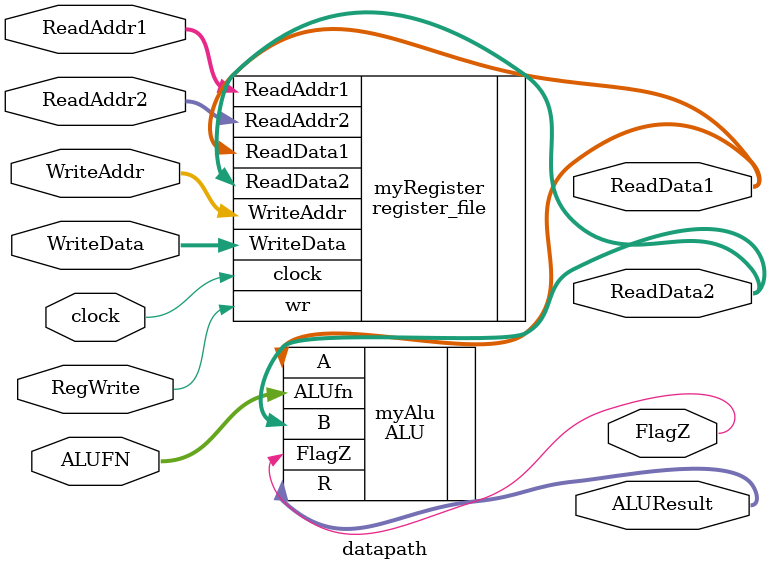
<source format=sv>
`timescale 1ns / 1ps
`default_nettype none

module datapath #(
    parameter Nloc = 32,                      // Number of memory locations
    parameter Dbits = 32  
)(
    input wire clock,
    input wire [$clog2(Nloc)-1 : 0] ReadAddr1, ReadAddr2, WriteAddr,
    input wire [Dbits-1 : 0] WriteData, 
    input wire RegWrite, 
    input wire [4:0] ALUFN,
    output wire [Dbits-1 : 0] ALUResult, ReadData1, ReadData2,
    output wire FlagZ
    );
    
    ALU #(Dbits) myAlu(
        .A(ReadData1), 
        .B(ReadData2), 
        .R(ALUResult),
        .ALUfn(ALUFN),
        .FlagZ);
        
    register_file #(Nloc, Dbits) myRegister(
        .clock(clock),
        .wr(RegWrite),
        .ReadAddr1,
        .ReadAddr2,
        .WriteAddr,
        .WriteData,
        .ReadData1,
        .ReadData2);

    
endmodule

</source>
